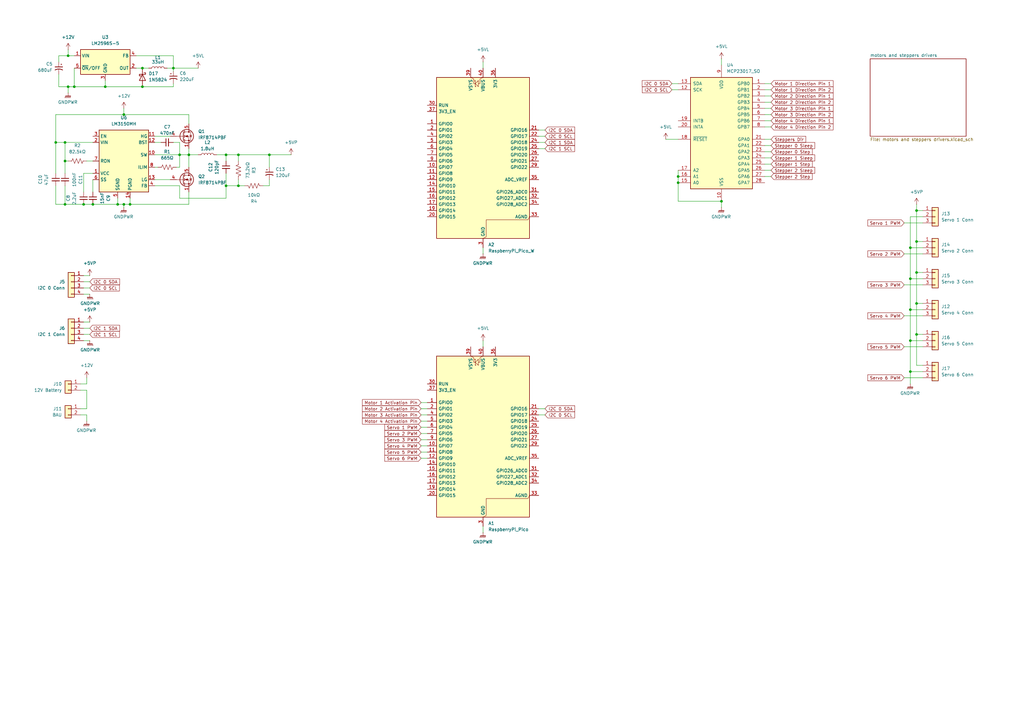
<source format=kicad_sch>
(kicad_sch (version 20250114) (generator "eeschema") (generator_version "9.0")
  (paper "A3")
  (lib_symbols
    (symbol "Connector_Generic:Conn_01x02" (pin_names (offset 1.016) (hide yes))
      (property "Reference" "J" (at 0 2.54 0))
      (property "Value" "Conn_01x02" (at 0 -5.08 0))
      (symbol "Conn_01x02_1_1"
        (rectangle (start -1.27 1.27) (end 1.27 -3.81) (stroke (width 0.254)) (fill (type background)))
        (rectangle (start -1.27 0.127) (end 0 -0.127) (stroke (width 0.1524)))
        (rectangle (start -1.27 -2.413) (end 0 -2.667) (stroke (width 0.1524)))
        (pin passive line (at -5.08 0 0) (length 3.81) (name "Pin_1") (number "1"))
        (pin passive line (at -5.08 -2.54 0) (length 3.81) (name "Pin_2") (number "2"))
      )
    )
    (symbol "Connector_Generic:Conn_01x03" (pin_names (offset 1.016) (hide yes))
      (property "Reference" "J" (at 0 5.08 0))
      (property "Value" "Conn_01x03" (at 0 -5.08 0))
      (symbol "Conn_01x03_1_1"
        (rectangle (start -1.27 3.81) (end 1.27 -3.81) (stroke (width 0.254)) (fill (type background)))
        (rectangle (start -1.27 2.667) (end 0 2.413) (stroke (width 0.1524)))
        (rectangle (start -1.27 0.127) (end 0 -0.127) (stroke (width 0.1524)))
        (rectangle (start -1.27 -2.413) (end 0 -2.667) (stroke (width 0.1524)))
        (pin passive line (at -5.08 2.54 0) (length 3.81) (name "Pin_1") (number "1"))
        (pin passive line (at -5.08 0 0) (length 3.81) (name "Pin_2") (number "2"))
        (pin passive line (at -5.08 -2.54 0) (length 3.81) (name "Pin_3") (number "3"))
      )
    )
    (symbol "Connector_Generic:Conn_01x04" (pin_names (offset 1.016) (hide yes))
      (property "Reference" "J" (at 0 5.08 0))
      (property "Value" "Conn_01x04" (at 0 -7.62 0))
      (symbol "Conn_01x04_1_1"
        (rectangle (start -1.27 3.81) (end 1.27 -6.35) (stroke (width 0.254)) (fill (type background)))
        (rectangle (start -1.27 2.667) (end 0 2.413) (stroke (width 0.1524)))
        (rectangle (start -1.27 0.127) (end 0 -0.127) (stroke (width 0.1524)))
        (rectangle (start -1.27 -2.413) (end 0 -2.667) (stroke (width 0.1524)))
        (rectangle (start -1.27 -4.953) (end 0 -5.207) (stroke (width 0.1524)))
        (pin passive line (at -5.08 2.54 0) (length 3.81) (name "Pin_1") (number "1"))
        (pin passive line (at -5.08 0 0) (length 3.81) (name "Pin_2") (number "2"))
        (pin passive line (at -5.08 -2.54 0) (length 3.81) (name "Pin_3") (number "3"))
        (pin passive line (at -5.08 -5.08 0) (length 3.81) (name "Pin_4") (number "4"))
      )
    )
    (symbol "Device:C_Polarized_Small_US" (pin_numbers (hide yes)) (pin_names (offset 0.254) (hide yes))
      (property "Reference" "C" (at 0.254 1.778 0))
      (property "Value" "C_Polarized_Small_US" (at 0.254 -2.032 0))
      (symbol "C_Polarized_Small_US_0_1"
        (polyline (pts (xy -1.524 0.508) (xy 1.524 0.508)) (stroke (width 0.3048)))
        (polyline (pts (xy -1.27 1.524) (xy -0.762 1.524)))
        (polyline (pts (xy -1.016 1.27) (xy -1.016 1.778)))
        (arc (start -1.524 -0.762) (mid 0 -0.3734) (end 1.524 -0.762) (stroke (width 0.3048)))
      )
      (symbol "C_Polarized_Small_US_1_1"
        (pin passive line (at 0 2.54 270) (length 2.032) (name "~") (number "1"))
        (pin passive line (at 0 -2.54 90) (length 2.032) (name "~") (number "2"))
      )
    )
    (symbol "Device:C_Small" (pin_numbers (hide yes)) (pin_names (offset 0.254) (hide yes))
      (property "Reference" "C" (at 0.254 1.778 0))
      (property "Value" "C_Small" (at 0.254 -2.032 0))
      (symbol "C_Small_0_1"
        (polyline (pts (xy -1.524 0.508) (xy 1.524 0.508)) (stroke (width 0.3048)))
        (polyline (pts (xy -1.524 -0.508) (xy 1.524 -0.508)) (stroke (width 0.3302)))
      )
      (symbol "C_Small_1_1"
        (pin passive line (at 0 2.54 270) (length 2.032) (name "~") (number "1"))
        (pin passive line (at 0 -2.54 90) (length 2.032) (name "~") (number "2"))
      )
    )
    (symbol "Device:L" (pin_numbers (hide yes)) (pin_names (offset 1.016) (hide yes))
      (property "Reference" "L" (at -1.27 0 90))
      (property "Value" "L" (at 1.905 0 90))
      (symbol "L_0_1"
        (arc (start 0 2.54) (mid 0.6323 1.905) (end 0 1.27))
        (arc (start 0 1.27) (mid 0.6323 0.635) (end 0 0))
        (arc (start 0 0) (mid 0.6323 -0.635) (end 0 -1.27))
        (arc (start 0 -1.27) (mid 0.6323 -1.905) (end 0 -2.54))
      )
      (symbol "L_1_1"
        (pin passive line (at 0 3.81 270) (length 1.27) (name "1") (number "1"))
        (pin passive line (at 0 -3.81 90) (length 1.27) (name "2") (number "2"))
      )
    )
    (symbol "Device:R_US" (pin_numbers (hide yes)) (pin_names (offset 0))
      (property "Reference" "R" (at 2.54 0 90))
      (property "Value" "R_US" (at -2.54 0 90))
      (symbol "R_US_0_1"
        (polyline (pts (xy 0 2.286) (xy 0 2.54)))
        (polyline (pts (xy 0 2.286) (xy 1.016 1.905) (xy 0 1.524) (xy -1.016 1.143) (xy 0 0.762)))
        (polyline (pts (xy 0 0.762) (xy 1.016 0.381) (xy 0 0) (xy -1.016 -0.381) (xy 0 -0.762)))
        (polyline (pts (xy 0 -0.762) (xy 1.016 -1.143) (xy 0 -1.524) (xy -1.016 -1.905) (xy 0 -2.286)))
        (polyline (pts (xy 0 -2.286) (xy 0 -2.54)))
      )
      (symbol "R_US_1_1"
        (pin passive line (at 0 3.81 270) (length 1.27) (name "~") (number "1"))
        (pin passive line (at 0 -3.81 90) (length 1.27) (name "~") (number "2"))
      )
    )
    (symbol "Diode:1N5822" (pin_numbers (hide yes)) (pin_names (offset 1.016) (hide yes))
      (property "Reference" "D" (at 0 2.54 0))
      (property "Value" "1N5822" (at 0 -2.54 0))
      (symbol "1N5822_0_1"
        (polyline (pts (xy -1.905 0.635) (xy -1.905 1.27) (xy -1.27 1.27) (xy -1.27 -1.27) (xy -0.635 -1.27) (xy -0.635 -0.635)) (stroke (width 0.254)))
        (polyline (pts (xy 1.27 1.27) (xy 1.27 -1.27) (xy -1.27 0) (xy 1.27 1.27)) (stroke (width 0.254)))
        (polyline (pts (xy 1.27 0) (xy -1.27 0)))
      )
      (symbol "1N5822_1_1"
        (pin passive line (at -3.81 0 0) (length 2.54) (name "K") (number "1"))
        (pin passive line (at 3.81 0 180) (length 2.54) (name "A") (number "2"))
      )
    )
    (symbol "Interface_Expansion:MCP23017_SO" (pin_names (offset 1.016))
      (property "Reference" "U" (at -11.43 24.13 0))
      (property "Value" "MCP23017_SO" (at 0 0 0))
      (symbol "MCP23017_SO_0_1"
        (rectangle (start -12.7 22.86) (end 12.7 -22.86) (stroke (width 0.254)) (fill (type background)))
      )
      (symbol "MCP23017_SO_1_1"
        (pin bidirectional line (at -17.78 20.32 0) (length 5.08) (name "SDA") (number "13"))
        (pin input line (at -17.78 17.78 0) (length 5.08) (name "SCK") (number "12"))
        (pin tri_state line (at -17.78 5.08 0) (length 5.08) (name "INTB") (number "19"))
        (pin tri_state line (at -17.78 2.54 0) (length 5.08) (name "INTA") (number "20"))
        (pin input line (at -17.78 -2.54 0) (length 5.08) (name "~{RESET}") (number "18"))
        (pin input line (at -17.78 -15.24 0) (length 5.08) (name "A2") (number "17"))
        (pin input line (at -17.78 -17.78 0) (length 5.08) (name "A1") (number "16"))
        (pin input line (at -17.78 -20.32 0) (length 5.08) (name "A0") (number "15"))
        (pin no_connect line (at -12.7 15.24 0) (length 5.08) (hide yes) (name "NC") (number "11"))
        (pin no_connect line (at -12.7 12.7 0) (length 5.08) (hide yes) (name "NC") (number "14"))
        (pin power_in line (at 0 27.94 270) (length 5.08) (name "VDD") (number "9"))
        (pin power_in line (at 0 -27.94 90) (length 5.08) (name "VSS") (number "10"))
        (pin bidirectional line (at 17.78 20.32 180) (length 5.08) (name "GPB0") (number "1"))
        (pin bidirectional line (at 17.78 17.78 180) (length 5.08) (name "GPB1") (number "2"))
        (pin bidirectional line (at 17.78 15.24 180) (length 5.08) (name "GPB2") (number "3"))
        (pin bidirectional line (at 17.78 12.7 180) (length 5.08) (name "GPB3") (number "4"))
        (pin bidirectional line (at 17.78 10.16 180) (length 5.08) (name "GPB4") (number "5"))
        (pin bidirectional line (at 17.78 7.62 180) (length 5.08) (name "GPB5") (number "6"))
        (pin bidirectional line (at 17.78 5.08 180) (length 5.08) (name "GPB6") (number "7"))
        (pin output line (at 17.78 2.54 180) (length 5.08) (name "GPB7") (number "8"))
        (pin bidirectional line (at 17.78 -2.54 180) (length 5.08) (name "GPA0") (number "21"))
        (pin bidirectional line (at 17.78 -5.08 180) (length 5.08) (name "GPA1") (number "22"))
        (pin bidirectional line (at 17.78 -7.62 180) (length 5.08) (name "GPA2") (number "23"))
        (pin bidirectional line (at 17.78 -10.16 180) (length 5.08) (name "GPA3") (number "24"))
        (pin bidirectional line (at 17.78 -12.7 180) (length 5.08) (name "GPA4") (number "25"))
        (pin bidirectional line (at 17.78 -15.24 180) (length 5.08) (name "GPA5") (number "26"))
        (pin bidirectional line (at 17.78 -17.78 180) (length 5.08) (name "GPA6") (number "27"))
        (pin output line (at 17.78 -20.32 180) (length 5.08) (name "GPA7") (number "28"))
      )
    )
    (symbol "MCU_Module:RaspberryPi_Pico" (pin_names (offset 0.762))
      (property "Reference" "A" (at -19.05 35.56 0))
      (property "Value" "RaspberryPi_Pico" (at 7.62 35.56 0))
      (symbol "RaspberryPi_Pico_0_1"
        (rectangle (start -19.05 34.29) (end 19.05 -31.75) (stroke (width 0.254)) (fill (type background)))
        (polyline (pts (xy -5.08 34.29) (xy -3.81 33.655) (xy -3.81 31.75) (xy -3.175 31.75)))
        (polyline (pts (xy -3.429 32.766) (xy -3.429 33.02) (xy -3.175 33.02) (xy -3.175 30.48) (xy -2.921 30.48) (xy -2.921 30.734)))
        (polyline (pts (xy -3.175 31.75) (xy -1.905 33.02) (xy -1.905 30.48) (xy -3.175 31.75)))
        (polyline (pts (xy 0 34.29) (xy -1.27 33.655) (xy -1.27 31.75) (xy -1.905 31.75)))
        (polyline (pts (xy 0 -31.75) (xy 1.27 -31.115) (xy 1.27 -24.13) (xy 18.415 -24.13) (xy 19.05 -22.86)))
      )
      (symbol "RaspberryPi_Pico_1_1"
        (pin passive line (at -22.86 22.86 0) (length 3.81) (name "RUN") (number "30"))
        (pin passive line (at -22.86 20.32 0) (length 3.81) (name "3V3_EN") (number "37"))
        (pin bidirectional line (at -22.86 15.24 0) (length 3.81) (name "GPIO0") (number "1"))
        (pin bidirectional line (at -22.86 12.7 0) (length 3.81) (name "GPIO1") (number "2"))
        (pin bidirectional line (at -22.86 10.16 0) (length 3.81) (name "GPIO2") (number "4"))
        (pin bidirectional line (at -22.86 7.62 0) (length 3.81) (name "GPIO3") (number "5"))
        (pin bidirectional line (at -22.86 5.08 0) (length 3.81) (name "GPIO4") (number "6"))
        (pin bidirectional line (at -22.86 2.54 0) (length 3.81) (name "GPIO5") (number "7"))
        (pin bidirectional line (at -22.86 0 0) (length 3.81) (name "GPIO6") (number "9"))
        (pin bidirectional line (at -22.86 -2.54 0) (length 3.81) (name "GPIO7") (number "10"))
        (pin bidirectional line (at -22.86 -5.08 0) (length 3.81) (name "GPIO8") (number "11"))
        (pin bidirectional line (at -22.86 -7.62 0) (length 3.81) (name "GPIO9") (number "12"))
        (pin bidirectional line (at -22.86 -10.16 0) (length 3.81) (name "GPIO10") (number "14"))
        (pin bidirectional line (at -22.86 -12.7 0) (length 3.81) (name "GPIO11") (number "15"))
        (pin bidirectional line (at -22.86 -15.24 0) (length 3.81) (name "GPIO12") (number "16"))
        (pin bidirectional line (at -22.86 -17.78 0) (length 3.81) (name "GPIO13") (number "17"))
        (pin bidirectional line (at -22.86 -20.32 0) (length 3.81) (name "GPIO14") (number "19"))
        (pin bidirectional line (at -22.86 -22.86 0) (length 3.81) (name "GPIO15") (number "20"))
        (pin power_in line (at -5.08 38.1 270) (length 3.81) (name "VSYS") (number "39"))
        (pin power_out line (at 0 38.1 270) (length 3.81) (name "VBUS") (number "40"))
        (pin passive line (at 0 -35.56 90) (length 3.81) (hide yes) (name "GND") (number "13"))
        (pin passive line (at 0 -35.56 90) (length 3.81) (hide yes) (name "GND") (number "18"))
        (pin passive line (at 0 -35.56 90) (length 3.81) (hide yes) (name "GND") (number "23"))
        (pin passive line (at 0 -35.56 90) (length 3.81) (hide yes) (name "GND") (number "28"))
        (pin power_out line (at 0 -35.56 90) (length 3.81) (name "GND") (number "3"))
        (pin passive line (at 0 -35.56 90) (length 3.81) (hide yes) (name "GND") (number "38"))
        (pin passive line (at 0 -35.56 90) (length 3.81) (hide yes) (name "GND") (number "8"))
        (pin power_out line (at 5.08 38.1 270) (length 3.81) (name "3V3") (number "36"))
        (pin bidirectional line (at 22.86 12.7 180) (length 3.81) (name "GPIO16") (number "21"))
        (pin bidirectional line (at 22.86 10.16 180) (length 3.81) (name "GPIO17") (number "22"))
        (pin bidirectional line (at 22.86 7.62 180) (length 3.81) (name "GPIO18") (number "24"))
        (pin bidirectional line (at 22.86 5.08 180) (length 3.81) (name "GPIO19") (number "25"))
        (pin bidirectional line (at 22.86 2.54 180) (length 3.81) (name "GPIO20") (number "26"))
        (pin bidirectional line (at 22.86 0 180) (length 3.81) (name "GPIO21") (number "27"))
        (pin bidirectional line (at 22.86 -2.54 180) (length 3.81) (name "GPIO22") (number "29"))
        (pin power_in line (at 22.86 -7.62 180) (length 3.81) (name "ADC_VREF") (number "35"))
        (pin bidirectional line (at 22.86 -12.7 180) (length 3.81) (name "GPIO26_ADC0") (number "31"))
        (pin bidirectional line (at 22.86 -15.24 180) (length 3.81) (name "GPIO27_ADC1") (number "32"))
        (pin bidirectional line (at 22.86 -17.78 180) (length 3.81) (name "GPIO28_ADC2") (number "34"))
        (pin power_out line (at 22.86 -22.86 180) (length 3.81) (name "AGND") (number "33"))
      )
    )
    (symbol "MCU_Module:RaspberryPi_Pico_W" (pin_names (offset 0.762))
      (property "Reference" "A" (at -19.05 35.56 0))
      (property "Value" "RaspberryPi_Pico_W" (at 7.62 35.56 0))
      (symbol "RaspberryPi_Pico_W_0_1"
        (rectangle (start -19.05 34.29) (end 19.05 -31.75) (stroke (width 0.254)) (fill (type background)))
        (polyline (pts (xy -5.08 34.29) (xy -3.81 33.655) (xy -3.81 31.75) (xy -3.175 31.75)))
        (polyline (pts (xy -3.429 32.766) (xy -3.429 33.02) (xy -3.175 33.02) (xy -3.175 30.48) (xy -2.921 30.48) (xy -2.921 30.734)))
        (polyline (pts (xy -3.175 31.75) (xy -1.905 33.02) (xy -1.905 30.48) (xy -3.175 31.75)))
        (polyline (pts (xy 0 34.29) (xy -1.27 33.655) (xy -1.27 31.75) (xy -1.905 31.75)))
        (polyline (pts (xy 0 -31.75) (xy 1.27 -31.115) (xy 1.27 -24.13) (xy 18.415 -24.13) (xy 19.05 -22.86)))
      )
      (symbol "RaspberryPi_Pico_W_1_1"
        (pin passive line (at -22.86 22.86 0) (length 3.81) (name "RUN") (number "30"))
        (pin passive line (at -22.86 20.32 0) (length 3.81) (name "3V3_EN") (number "37"))
        (pin bidirectional line (at -22.86 15.24 0) (length 3.81) (name "GPIO0") (number "1"))
        (pin bidirectional line (at -22.86 12.7 0) (length 3.81) (name "GPIO1") (number "2"))
        (pin bidirectional line (at -22.86 10.16 0) (length 3.81) (name "GPIO2") (number "4"))
        (pin bidirectional line (at -22.86 7.62 0) (length 3.81) (name "GPIO3") (number "5"))
        (pin bidirectional line (at -22.86 5.08 0) (length 3.81) (name "GPIO4") (number "6"))
        (pin bidirectional line (at -22.86 2.54 0) (length 3.81) (name "GPIO5") (number "7"))
        (pin bidirectional line (at -22.86 0 0) (length 3.81) (name "GPIO6") (number "9"))
        (pin bidirectional line (at -22.86 -2.54 0) (length 3.81) (name "GPIO7") (number "10"))
        (pin bidirectional line (at -22.86 -5.08 0) (length 3.81) (name "GPIO8") (number "11"))
        (pin bidirectional line (at -22.86 -7.62 0) (length 3.81) (name "GPIO9") (number "12"))
        (pin bidirectional line (at -22.86 -10.16 0) (length 3.81) (name "GPIO10") (number "14"))
        (pin bidirectional line (at -22.86 -12.7 0) (length 3.81) (name "GPIO11") (number "15"))
        (pin bidirectional line (at -22.86 -15.24 0) (length 3.81) (name "GPIO12") (number "16"))
        (pin bidirectional line (at -22.86 -17.78 0) (length 3.81) (name "GPIO13") (number "17"))
        (pin bidirectional line (at -22.86 -20.32 0) (length 3.81) (name "GPIO14") (number "19"))
        (pin bidirectional line (at -22.86 -22.86 0) (length 3.81) (name "GPIO15") (number "20"))
        (pin power_in line (at -5.08 38.1 270) (length 3.81) (name "VSYS") (number "39"))
        (pin power_out line (at 0 38.1 270) (length 3.81) (name "VBUS") (number "40"))
        (pin passive line (at 0 -35.56 90) (length 3.81) (hide yes) (name "GND") (number "13"))
        (pin passive line (at 0 -35.56 90) (length 3.81) (hide yes) (name "GND") (number "18"))
        (pin passive line (at 0 -35.56 90) (length 3.81) (hide yes) (name "GND") (number "23"))
        (pin passive line (at 0 -35.56 90) (length 3.81) (hide yes) (name "GND") (number "28"))
        (pin power_out line (at 0 -35.56 90) (length 3.81) (name "GND") (number "3"))
        (pin passive line (at 0 -35.56 90) (length 3.81) (hide yes) (name "GND") (number "38"))
        (pin passive line (at 0 -35.56 90) (length 3.81) (hide yes) (name "GND") (number "8"))
        (pin power_out line (at 5.08 38.1 270) (length 3.81) (name "3V3") (number "36"))
        (pin bidirectional line (at 22.86 12.7 180) (length 3.81) (name "GPIO16") (number "21"))
        (pin bidirectional line (at 22.86 10.16 180) (length 3.81) (name "GPIO17") (number "22"))
        (pin bidirectional line (at 22.86 7.62 180) (length 3.81) (name "GPIO18") (number "24"))
        (pin bidirectional line (at 22.86 5.08 180) (length 3.81) (name "GPIO19") (number "25"))
        (pin bidirectional line (at 22.86 2.54 180) (length 3.81) (name "GPIO20") (number "26"))
        (pin bidirectional line (at 22.86 0 180) (length 3.81) (name "GPIO21") (number "27"))
        (pin bidirectional line (at 22.86 -2.54 180) (length 3.81) (name "GPIO22") (number "29"))
        (pin power_in line (at 22.86 -7.62 180) (length 3.81) (name "ADC_VREF") (number "35"))
        (pin bidirectional line (at 22.86 -12.7 180) (length 3.81) (name "GPIO26_ADC0") (number "31"))
        (pin bidirectional line (at 22.86 -15.24 180) (length 3.81) (name "GPIO27_ADC1") (number "32"))
        (pin bidirectional line (at 22.86 -17.78 180) (length 3.81) (name "GPIO28_ADC2") (number "34"))
        (pin power_out line (at 22.86 -22.86 180) (length 3.81) (name "AGND") (number "33"))
      )
    )
    (symbol "Regulator_Switching:LM2596S-5"
      (property "Reference" "U" (at -10.16 6.35 0))
      (property "Value" "LM2596S-5" (at 0 6.35 0))
      (symbol "LM2596S-5_0_1"
        (rectangle (start -10.16 5.08) (end 10.16 -5.08) (stroke (width 0.254)) (fill (type background)))
      )
      (symbol "LM2596S-5_1_1"
        (pin power_in line (at -12.7 2.54 0) (length 2.54) (name "VIN") (number "1"))
        (pin input line (at -12.7 -2.54 0) (length 2.54) (name "~{ON}/OFF") (number "5"))
        (pin power_in line (at 0 -7.62 90) (length 2.54) (name "GND") (number "3"))
        (pin input line (at 12.7 2.54 180) (length 2.54) (name "FB") (number "4"))
        (pin output line (at 12.7 -2.54 180) (length 2.54) (name "OUT") (number "2"))
      )
    )
    (symbol "Regulator_Switching:LM3150MH"
      (property "Reference" "U" (at -10.16 13.97 0))
      (property "Value" "LM3150MH" (at 2.54 13.97 0))
      (symbol "LM3150MH_0_1"
        (rectangle (start -10.16 12.7) (end 10.16 -12.7) (stroke (width 0.254)) (fill (type background)))
      )
      (symbol "LM3150MH_1_1"
        (pin input line (at -12.7 10.16 0) (length 2.54) (name "EN") (number "3"))
        (pin power_in line (at -12.7 7.62 0) (length 2.54) (name "VIN") (number "2"))
        (pin input line (at -12.7 0 0) (length 2.54) (name "RON") (number "7"))
        (pin power_out line (at -12.7 -5.08 0) (length 2.54) (name "VCC") (number "1"))
        (pin passive line (at -12.7 -7.62 0) (length 2.54) (name "SS") (number "6"))
        (pin passive line (at -2.54 -15.24 90) (length 2.54) (hide yes) (name "SGND") (number "15"))
        (pin power_in line (at -2.54 -15.24 90) (length 2.54) (name "SGND") (number "5"))
        (pin passive line (at -2.54 -15.24 90) (length 2.54) (hide yes) (name "SGND") (number "9"))
        (pin power_in line (at 2.54 -15.24 90) (length 2.54) (name "PGND") (number "14"))
        (pin output line (at 12.7 10.16 180) (length 2.54) (name "HG") (number "11"))
        (pin passive line (at 12.7 7.62 180) (length 2.54) (name "BST") (number "12"))
        (pin output line (at 12.7 2.54 180) (length 2.54) (name "SW") (number "10"))
        (pin input line (at 12.7 -2.54 180) (length 2.54) (name "ILIM") (number "8"))
        (pin output line (at 12.7 -7.62 180) (length 2.54) (name "LG") (number "13"))
        (pin input line (at 12.7 -10.16 180) (length 2.54) (name "FB") (number "4"))
      )
    )
    (symbol "Transistor_FET:IRF8721PBF-1" (pin_names (hide yes))
      (property "Reference" "Q" (at 5.08 2.54 0))
      (property "Value" "IRF8721PBF-1" (at 5.08 0 0))
      (symbol "IRF8721PBF-1_0_1"
        (polyline (pts (xy 0.254 1.905) (xy 0.254 -1.905)) (stroke (width 0.254)))
        (polyline (pts (xy 0.254 0) (xy -2.54 0)))
        (polyline (pts (xy 0.762 2.286) (xy 0.762 1.27)) (stroke (width 0.254)))
        (polyline (pts (xy 0.762 0.508) (xy 0.762 -0.508)) (stroke (width 0.254)))
        (polyline (pts (xy 0.762 -1.27) (xy 0.762 -2.286)) (stroke (width 0.254)))
        (polyline (pts (xy 0.762 -1.778) (xy 3.302 -1.778) (xy 3.302 1.778) (xy 0.762 1.778)))
        (polyline (pts (xy 1.016 0) (xy 2.032 0.381) (xy 2.032 -0.381) (xy 1.016 0)) (fill (type outline)))
        (circle (center 1.651 0) (radius 2.794) (stroke (width 0.254)))
        (polyline (pts (xy 2.54 2.54) (xy 2.54 1.778)))
        (circle (center 2.54 1.778) (radius 0.254) (fill (type outline)))
        (circle (center 2.54 -1.778) (radius 0.254) (fill (type outline)))
        (polyline (pts (xy 2.54 -2.54) (xy 2.54 0) (xy 0.762 0)))
        (polyline (pts (xy 2.794 0.508) (xy 2.921 0.381) (xy 3.683 0.381) (xy 3.81 0.254)))
        (polyline (pts (xy 3.302 0.381) (xy 2.921 -0.254) (xy 3.683 -0.254) (xy 3.302 0.381)))
      )
      (symbol "IRF8721PBF-1_1_1"
        (pin input line (at -5.08 0 0) (length 2.54) (name "G") (number "4"))
        (pin passive line (at 2.54 5.08 270) (length 2.54) (name "D") (number "5"))
        (pin passive line (at 2.54 5.08 270) (length 2.54) (hide yes) (name "D") (number "6"))
        (pin passive line (at 2.54 5.08 270) (length 2.54) (hide yes) (name "D") (number "7"))
        (pin passive line (at 2.54 5.08 270) (length 2.54) (hide yes) (name "D") (number "8"))
        (pin passive line (at 2.54 -5.08 90) (length 2.54) (name "S") (number "1"))
        (pin passive line (at 2.54 -5.08 90) (length 2.54) (hide yes) (name "S") (number "2"))
        (pin passive line (at 2.54 -5.08 90) (length 2.54) (hide yes) (name "S") (number "3"))
      )
    )
    (symbol "power:+12V" (power) (pin_numbers (hide yes)) (pin_names (offset 0) (hide yes))
      (property "Value" "+12V" (at 0 3.556 0))
      (symbol "+12V_0_1"
        (polyline (pts (xy -0.762 1.27) (xy 0 2.54)))
        (polyline (pts (xy 0 2.54) (xy 0.762 1.27)))
        (polyline (pts (xy 0 0) (xy 0 2.54)))
      )
      (symbol "+12V_1_1"
        (pin power_in line (at 0 0 90) (length 0) (name "~") (number "1"))
      )
    )
    (symbol "power:+5VL" (power) (pin_numbers (hide yes)) (pin_names (offset 0) (hide yes))
      (property "Value" "+5VL" (at 0 3.556 0))
      (symbol "+5VL_0_1"
        (polyline (pts (xy -0.762 1.27) (xy 0 2.54)))
        (polyline (pts (xy 0 2.54) (xy 0.762 1.27)))
        (polyline (pts (xy 0 0) (xy 0 2.54)))
      )
      (symbol "+5VL_1_1"
        (pin power_in line (at 0 0 90) (length 0) (name "~") (number "1"))
      )
    )
    (symbol "power:+5VP" (power) (pin_numbers (hide yes)) (pin_names (offset 0) (hide yes))
      (property "Value" "+5VP" (at 0 3.556 0))
      (symbol "+5VP_0_1"
        (polyline (pts (xy -0.762 1.27) (xy 0 2.54)))
        (polyline (pts (xy 0 2.54) (xy 0.762 1.27)))
        (polyline (pts (xy 0 0) (xy 0 2.54)))
      )
      (symbol "+5VP_1_1"
        (pin power_in line (at 0 0 90) (length 0) (name "~") (number "1"))
      )
    )
    (symbol "power:GNDPWR" (power) (pin_numbers (hide yes)) (pin_names (offset 0) (hide yes))
      (property "Value" "GNDPWR" (at 0 -3.302 0))
      (symbol "GNDPWR_0_1"
        (polyline (pts (xy -1.016 -1.27) (xy -1.27 -2.032) (xy -1.27 -2.032)) (stroke (width 0.2032)))
        (polyline (pts (xy -0.508 -1.27) (xy -0.762 -2.032) (xy -0.762 -2.032)) (stroke (width 0.2032)))
        (polyline (pts (xy 0 -1.27) (xy 0 0)))
        (polyline (pts (xy 0 -1.27) (xy -0.254 -2.032) (xy -0.254 -2.032)) (stroke (width 0.2032)))
        (polyline (pts (xy 0.508 -1.27) (xy 0.254 -2.032) (xy 0.254 -2.032)) (stroke (width 0.2032)))
        (polyline (pts (xy 1.016 -1.27) (xy -1.016 -1.27) (xy -1.016 -1.27)) (stroke (width 0.2032)))
        (polyline (pts (xy 1.016 -1.27) (xy 0.762 -2.032) (xy 0.762 -2.032) (xy 0.762 -2.032)) (stroke (width 0.2032)))
      )
      (symbol "GNDPWR_1_1"
        (pin power_in line (at 0 0 270) (length 0) (name "~") (number "1"))
      )
    )
  )
  (junction (at 27.94 22.86))
  (junction (at 26.67 66.04))
  (junction (at 295.91 82.55))
  (junction (at 30.48 35.56))
  (junction (at 50.8 83.82))
  (junction (at 38.1 83.82))
  (junction (at 48.26 83.82))
  (junction (at 278.13 74.93))
  (junction (at 26.67 58.42))
  (junction (at 71.12 27.94))
  (junction (at 34.29 83.82))
  (junction (at 375.92 86.36))
  (junction (at 375.92 137.16))
  (junction (at 110.49 63.5))
  (junction (at 53.34 83.82))
  (junction (at 73.66 63.5))
  (junction (at 58.42 27.94))
  (junction (at 278.13 72.39))
  (junction (at 77.47 63.5))
  (junction (at 43.18 35.56))
  (junction (at 373.38 101.6))
  (junction (at 97.79 76.2))
  (junction (at 50.8 46.99))
  (junction (at 375.92 124.46))
  (junction (at 92.71 63.5))
  (junction (at 375.92 111.76))
  (junction (at 373.38 127))
  (junction (at 22.86 58.42))
  (junction (at 373.38 139.7))
  (junction (at 26.67 83.82))
  (junction (at 375.92 99.06))
  (junction (at 97.79 63.5))
  (junction (at 92.71 76.2))
  (junction (at 373.38 114.3))
  (junction (at 58.42 35.56))
  (junction (at 27.94 35.56))
  (junction (at 373.38 152.4))
  (wire (pts (xy 278.13 69.85) (xy 278.13 72.39)))
  (wire (pts (xy 373.38 101.6) (xy 373.38 114.3)))
  (wire (pts (xy 77.47 60.96) (xy 77.47 63.5)))
  (wire (pts (xy 275.59 34.29) (xy 278.13 34.29)))
  (wire (pts (xy 375.92 99.06) (xy 378.46 99.06)))
  (wire (pts (xy 26.67 66.04) (xy 27.94 66.04)))
  (wire (pts (xy 375.92 149.86) (xy 378.46 149.86)))
  (wire (pts (xy 72.39 68.58) (xy 73.66 68.58)))
  (wire (pts (xy 34.29 118.11) (xy 36.83 118.11)))
  (wire (pts (xy 316.23 36.83) (xy 313.69 36.83)))
  (wire (pts (xy 316.23 44.45) (xy 313.69 44.45)))
  (wire (pts (xy 34.29 115.57) (xy 36.83 115.57)))
  (wire (pts (xy 63.5 58.42) (xy 66.04 58.42)))
  (wire (pts (xy 33.02 170.18) (xy 35.56 170.18)))
  (wire (pts (xy 22.86 76.2) (xy 22.86 83.82)))
  (wire (pts (xy 24.13 22.86) (xy 24.13 25.4)))
  (wire (pts (xy 373.38 101.6) (xy 378.46 101.6)))
  (wire (pts (xy 198.12 215.9) (xy 198.12 218.44)))
  (wire (pts (xy 35.56 154.94) (xy 35.56 157.48)))
  (wire (pts (xy 316.23 62.23) (xy 313.69 62.23)))
  (wire (pts (xy 172.72 167.64) (xy 175.26 167.64)))
  (wire (pts (xy 370.84 154.94) (xy 378.46 154.94)))
  (wire (pts (xy 316.23 59.69) (xy 313.69 59.69)))
  (wire (pts (xy 373.38 139.7) (xy 373.38 152.4)))
  (wire (pts (xy 373.38 88.9) (xy 373.38 101.6)))
  (wire (pts (xy 172.72 177.8) (xy 175.26 177.8)))
  (wire (pts (xy 370.84 129.54) (xy 378.46 129.54)))
  (wire (pts (xy 375.92 111.76) (xy 375.92 124.46)))
  (wire (pts (xy 273.05 57.15) (xy 278.13 57.15)))
  (wire (pts (xy 373.38 139.7) (xy 378.46 139.7)))
  (wire (pts (xy 110.49 68.58) (xy 110.49 63.5)))
  (wire (pts (xy 33.02 157.48) (xy 35.56 157.48)))
  (wire (pts (xy 110.49 76.2) (xy 107.95 76.2)))
  (wire (pts (xy 73.66 63.5) (xy 73.66 68.58)))
  (wire (pts (xy 77.47 63.5) (xy 81.28 63.5)))
  (wire (pts (xy 198.12 139.7) (xy 198.12 142.24)))
  (wire (pts (xy 55.88 27.94) (xy 58.42 27.94)))
  (wire (pts (xy 50.8 46.99) (xy 22.86 46.99)))
  (wire (pts (xy 38.1 83.82) (xy 48.26 83.82)))
  (wire (pts (xy 198.12 101.6) (xy 198.12 104.14)))
  (wire (pts (xy 88.9 63.5) (xy 92.71 63.5)))
  (wire (pts (xy 370.84 116.84) (xy 378.46 116.84)))
  (wire (pts (xy 295.91 24.13) (xy 295.91 26.67)))
  (wire (pts (xy 73.66 63.5) (xy 77.47 63.5)))
  (wire (pts (xy 77.47 63.5) (xy 77.47 68.58)))
  (wire (pts (xy 110.49 73.66) (xy 110.49 76.2)))
  (wire (pts (xy 73.66 76.2) (xy 63.5 76.2)))
  (wire (pts (xy 316.23 69.85) (xy 313.69 69.85)))
  (wire (pts (xy 370.84 91.44) (xy 378.46 91.44)))
  (wire (pts (xy 370.84 104.14) (xy 378.46 104.14)))
  (wire (pts (xy 55.88 22.86) (xy 71.12 22.86)))
  (wire (pts (xy 35.56 160.02) (xy 35.56 167.64)))
  (wire (pts (xy 22.86 71.12) (xy 22.86 58.42)))
  (wire (pts (xy 30.48 22.86) (xy 27.94 22.86)))
  (wire (pts (xy 77.47 83.82) (xy 53.34 83.82)))
  (wire (pts (xy 375.92 124.46) (xy 378.46 124.46)))
  (wire (pts (xy 97.79 76.2) (xy 100.33 76.2)))
  (wire (pts (xy 373.38 127) (xy 373.38 139.7)))
  (wire (pts (xy 375.92 86.36) (xy 375.92 99.06)))
  (wire (pts (xy 220.98 58.42) (xy 223.52 58.42)))
  (wire (pts (xy 38.1 73.66) (xy 38.1 78.74)))
  (wire (pts (xy 71.12 22.86) (xy 71.12 27.94)))
  (wire (pts (xy 77.47 78.74) (xy 77.47 83.82)))
  (wire (pts (xy 27.94 35.56) (xy 30.48 35.56)))
  (wire (pts (xy 71.12 27.94) (xy 81.28 27.94)))
  (wire (pts (xy 36.83 139.7) (xy 34.29 139.7)))
  (wire (pts (xy 22.86 46.99) (xy 22.86 58.42)))
  (wire (pts (xy 43.18 35.56) (xy 30.48 35.56)))
  (wire (pts (xy 77.47 50.8) (xy 77.47 46.99)))
  (wire (pts (xy 58.42 35.56) (xy 71.12 35.56)))
  (wire (pts (xy 295.91 82.55) (xy 295.91 85.09)))
  (wire (pts (xy 375.92 137.16) (xy 378.46 137.16)))
  (wire (pts (xy 22.86 58.42) (xy 26.67 58.42)))
  (wire (pts (xy 375.92 99.06) (xy 375.92 111.76)))
  (wire (pts (xy 198.12 25.4) (xy 198.12 27.94)))
  (wire (pts (xy 34.29 137.16) (xy 36.83 137.16)))
  (wire (pts (xy 373.38 152.4) (xy 378.46 152.4)))
  (wire (pts (xy 278.13 74.93) (xy 278.13 82.55)))
  (wire (pts (xy 92.71 63.5) (xy 92.71 66.04)))
  (wire (pts (xy 110.49 63.5) (xy 119.38 63.5)))
  (wire (pts (xy 71.12 34.29) (xy 71.12 35.56)))
  (wire (pts (xy 373.38 114.3) (xy 373.38 127)))
  (wire (pts (xy 77.47 46.99) (xy 50.8 46.99)))
  (wire (pts (xy 172.72 182.88) (xy 175.26 182.88)))
  (wire (pts (xy 172.72 170.18) (xy 175.26 170.18)))
  (wire (pts (xy 278.13 72.39) (xy 278.13 74.93)))
  (wire (pts (xy 373.38 88.9) (xy 378.46 88.9)))
  (wire (pts (xy 35.56 160.02) (xy 33.02 160.02)))
  (wire (pts (xy 373.38 127) (xy 378.46 127)))
  (wire (pts (xy 172.72 187.96) (xy 175.26 187.96)))
  (wire (pts (xy 223.52 53.34) (xy 220.98 53.34)))
  (wire (pts (xy 27.94 35.56) (xy 27.94 38.1)))
  (wire (pts (xy 92.71 63.5) (xy 97.79 63.5)))
  (wire (pts (xy 30.48 27.94) (xy 30.48 35.56)))
  (wire (pts (xy 58.42 27.94) (xy 60.96 27.94)))
  (wire (pts (xy 375.92 86.36) (xy 378.46 86.36)))
  (wire (pts (xy 92.71 81.28) (xy 92.71 76.2)))
  (wire (pts (xy 73.66 76.2) (xy 73.66 81.28)))
  (wire (pts (xy 34.29 71.12) (xy 38.1 71.12)))
  (wire (pts (xy 373.38 152.4) (xy 373.38 157.48)))
  (wire (pts (xy 35.56 66.04) (xy 38.1 66.04)))
  (wire (pts (xy 316.23 52.07) (xy 313.69 52.07)))
  (wire (pts (xy 26.67 83.82) (xy 34.29 83.82)))
  (wire (pts (xy 316.23 41.91) (xy 313.69 41.91)))
  (wire (pts (xy 92.71 76.2) (xy 97.79 76.2)))
  (wire (pts (xy 48.26 81.28) (xy 48.26 83.82)))
  (wire (pts (xy 36.83 113.03) (xy 34.29 113.03)))
  (wire (pts (xy 50.8 83.82) (xy 53.34 83.82)))
  (wire (pts (xy 316.23 46.99) (xy 313.69 46.99)))
  (wire (pts (xy 375.92 137.16) (xy 375.92 149.86)))
  (wire (pts (xy 71.12 27.94) (xy 71.12 29.21)))
  (wire (pts (xy 278.13 82.55) (xy 295.91 82.55)))
  (wire (pts (xy 316.23 49.53) (xy 313.69 49.53)))
  (wire (pts (xy 43.18 35.56) (xy 43.18 33.02)))
  (wire (pts (xy 24.13 35.56) (xy 27.94 35.56)))
  (wire (pts (xy 35.56 167.64) (xy 33.02 167.64)))
  (wire (pts (xy 275.59 36.83) (xy 278.13 36.83)))
  (wire (pts (xy 223.52 55.88) (xy 220.98 55.88)))
  (wire (pts (xy 34.29 78.74) (xy 34.29 71.12)))
  (wire (pts (xy 375.92 83.82) (xy 375.92 86.36)))
  (wire (pts (xy 172.72 175.26) (xy 175.26 175.26)))
  (wire (pts (xy 24.13 30.48) (xy 24.13 35.56)))
  (wire (pts (xy 36.83 132.08) (xy 34.29 132.08)))
  (wire (pts (xy 24.13 22.86) (xy 27.94 22.86)))
  (wire (pts (xy 97.79 76.2) (xy 97.79 73.66)))
  (wire (pts (xy 92.71 71.12) (xy 92.71 76.2)))
  (wire (pts (xy 316.23 64.77) (xy 313.69 64.77)))
  (wire (pts (xy 375.92 124.46) (xy 375.92 137.16)))
  (wire (pts (xy 220.98 167.64) (xy 223.52 167.64)))
  (wire (pts (xy 34.29 134.62) (xy 36.83 134.62)))
  (wire (pts (xy 73.66 58.42) (xy 73.66 63.5)))
  (wire (pts (xy 316.23 67.31) (xy 313.69 67.31)))
  (wire (pts (xy 220.98 170.18) (xy 223.52 170.18)))
  (wire (pts (xy 375.92 111.76) (xy 378.46 111.76)))
  (wire (pts (xy 172.72 172.72) (xy 175.26 172.72)))
  (wire (pts (xy 26.67 58.42) (xy 38.1 58.42)))
  (wire (pts (xy 50.8 44.45) (xy 50.8 46.99)))
  (wire (pts (xy 172.72 165.1) (xy 175.26 165.1)))
  (wire (pts (xy 50.8 83.82) (xy 50.8 85.09)))
  (wire (pts (xy 35.56 170.18) (xy 35.56 172.72)))
  (wire (pts (xy 63.5 63.5) (xy 73.66 63.5)))
  (wire (pts (xy 22.86 83.82) (xy 26.67 83.82)))
  (wire (pts (xy 48.26 83.82) (xy 50.8 83.82)))
  (wire (pts (xy 36.83 120.65) (xy 34.29 120.65)))
  (wire (pts (xy 370.84 142.24) (xy 378.46 142.24)))
  (wire (pts (xy 27.94 22.86) (xy 27.94 20.32)))
  (wire (pts (xy 316.23 34.29) (xy 313.69 34.29)))
  (wire (pts (xy 53.34 81.28) (xy 53.34 83.82)))
  (wire (pts (xy 71.12 58.42) (xy 73.66 58.42)))
  (wire (pts (xy 172.72 180.34) (xy 175.26 180.34)))
  (wire (pts (xy 43.18 35.56) (xy 58.42 35.56)))
  (wire (pts (xy 73.66 81.28) (xy 92.71 81.28)))
  (wire (pts (xy 63.5 68.58) (xy 64.77 68.58)))
  (wire (pts (xy 26.67 66.04) (xy 26.67 71.12)))
  (wire (pts (xy 373.38 114.3) (xy 378.46 114.3)))
  (wire (pts (xy 34.29 83.82) (xy 38.1 83.82)))
  (wire (pts (xy 316.23 39.37) (xy 313.69 39.37)))
  (wire (pts (xy 97.79 66.04) (xy 97.79 63.5)))
  (wire (pts (xy 71.12 27.94) (xy 68.58 27.94)))
  (wire (pts (xy 26.67 58.42) (xy 26.67 66.04)))
  (wire (pts (xy 63.5 55.88) (xy 69.85 55.88)))
  (wire (pts (xy 316.23 72.39) (xy 313.69 72.39)))
  (wire (pts (xy 316.23 57.15) (xy 313.69 57.15)))
  (wire (pts (xy 26.67 76.2) (xy 26.67 83.82)))
  (wire (pts (xy 63.5 73.66) (xy 69.85 73.66)))
  (wire (pts (xy 172.72 185.42) (xy 175.26 185.42)))
  (wire (pts (xy 220.98 60.96) (xy 223.52 60.96)))
  (wire (pts (xy 97.79 63.5) (xy 110.49 63.5)))
  (global_label "Motor 4 Activation Pin" (shape input) (at 172.72 172.72 180) (property "Intersheetrefs" "${INTERSHEET_REFS}" (effects (hide yes))))
  (global_label "Motor 3 Activation Pin" (shape input) (at 172.72 170.18 180) (property "Intersheetrefs" "${INTERSHEET_REFS}" (effects (hide yes))))
  (global_label "Motor 2 Direction Pin 2" (shape input) (at 316.23 41.91 0) (property "Intersheetrefs" "${INTERSHEET_REFS}" (effects (hide yes))))
  (global_label "I2C 0 SDA" (shape input) (at 275.59 34.29 180) (property "Intersheetrefs" "${INTERSHEET_REFS}" (effects (hide yes))))
  (global_label "Servo 2 PWM" (shape input) (at 370.84 104.14 180) (property "Intersheetrefs" "${INTERSHEET_REFS}" (effects (hide yes))))
  (global_label "Stepper 1 Sleep" (shape input) (at 316.23 64.77 0) (property "Intersheetrefs" "${INTERSHEET_REFS}" (effects (hide yes))))
  (global_label "I2C 1 SCL" (shape input) (at 36.83 137.16 0) (property "Intersheetrefs" "${INTERSHEET_REFS}" (effects (hide yes))))
  (global_label "Servo 6 PWM" (shape input) (at 172.72 187.96 180) (property "Intersheetrefs" "${INTERSHEET_REFS}" (effects (hide yes))))
  (global_label "Motor 3 Direction Pin 1" (shape input) (at 316.23 44.45 0) (property "Intersheetrefs" "${INTERSHEET_REFS}" (effects (hide yes))))
  (global_label "Servo 3 PWM" (shape input) (at 370.84 116.84 180) (property "Intersheetrefs" "${INTERSHEET_REFS}" (effects (hide yes))))
  (global_label "I2C 0 SDA" (shape input) (at 223.52 53.34 0) (property "Intersheetrefs" "${INTERSHEET_REFS}" (effects (hide yes))))
  (global_label "Motor 1 Direction Pin 1" (shape input) (at 316.23 34.29 0) (property "Intersheetrefs" "${INTERSHEET_REFS}" (effects (hide yes))))
  (global_label "Servo 5 PWM" (shape input) (at 370.84 142.24 180) (property "Intersheetrefs" "${INTERSHEET_REFS}" (effects (hide yes))))
  (global_label "Servo 4 PWM" (shape input) (at 370.84 129.54 180) (property "Intersheetrefs" "${INTERSHEET_REFS}" (effects (hide yes))))
  (global_label "Motor 4 Direction Pin 1" (shape input) (at 316.23 49.53 0) (property "Intersheetrefs" "${INTERSHEET_REFS}" (effects (hide yes))))
  (global_label "Motor 4 Direction Pin 2" (shape input) (at 316.23 52.07 0) (property "Intersheetrefs" "${INTERSHEET_REFS}" (effects (hide yes))))
  (global_label "I2C 0 SCL" (shape input) (at 223.52 170.18 0) (property "Intersheetrefs" "${INTERSHEET_REFS}" (effects (hide yes))))
  (global_label "I2C 1 SDA" (shape input) (at 36.83 134.62 0) (property "Intersheetrefs" "${INTERSHEET_REFS}" (effects (hide yes))))
  (global_label "Motor 1 Activation Pin" (shape input) (at 172.72 165.1 180) (property "Intersheetrefs" "${INTERSHEET_REFS}" (effects (hide yes))))
  (global_label "Stepper 2 Step" (shape input) (at 316.23 72.39 0) (property "Intersheetrefs" "${INTERSHEET_REFS}" (effects (hide yes))))
  (global_label "Servo 6 PWM" (shape input) (at 370.84 154.94 180) (property "Intersheetrefs" "${INTERSHEET_REFS}" (effects (hide yes))))
  (global_label "I2C 0 SCL" (shape input) (at 36.83 118.11 0) (property "Intersheetrefs" "${INTERSHEET_REFS}" (effects (hide yes))))
  (global_label "Stepper 1 Step" (shape input) (at 316.23 67.31 0) (property "Intersheetrefs" "${INTERSHEET_REFS}" (effects (hide yes))))
  (global_label "I2C 1 SDA" (shape input) (at 223.52 58.42 0) (property "Intersheetrefs" "${INTERSHEET_REFS}" (effects (hide yes))))
  (global_label "Motor 3 Direction Pin 2" (shape input) (at 316.23 46.99 0) (property "Intersheetrefs" "${INTERSHEET_REFS}" (effects (hide yes))))
  (global_label "Servo 4 PWM" (shape input) (at 172.72 182.88 180) (property "Intersheetrefs" "${INTERSHEET_REFS}" (effects (hide yes))))
  (global_label "I2C 0 SCL" (shape input) (at 275.59 36.83 180) (property "Intersheetrefs" "${INTERSHEET_REFS}" (effects (hide yes))))
  (global_label "I2C 0 SDA" (shape input) (at 223.52 167.64 0) (property "Intersheetrefs" "${INTERSHEET_REFS}" (effects (hide yes))))
  (global_label "I2C 1 SCL" (shape input) (at 223.52 60.96 0) (property "Intersheetrefs" "${INTERSHEET_REFS}" (effects (hide yes))))
  (global_label "Servo 1 PWM" (shape input) (at 172.72 175.26 180) (property "Intersheetrefs" "${INTERSHEET_REFS}" (effects (hide yes))))
  (global_label "Servo 5 PWM" (shape input) (at 172.72 185.42 180) (property "Intersheetrefs" "${INTERSHEET_REFS}" (effects (hide yes))))
  (global_label "Motor 2 Activation Pin" (shape input) (at 172.72 167.64 180) (property "Intersheetrefs" "${INTERSHEET_REFS}" (effects (hide yes))))
  (global_label "I2C 0 SDA" (shape input) (at 36.83 115.57 0) (property "Intersheetrefs" "${INTERSHEET_REFS}" (effects (hide yes))))
  (global_label "Servo 3 PWM" (shape input) (at 172.72 180.34 180) (property "Intersheetrefs" "${INTERSHEET_REFS}" (effects (hide yes))))
  (global_label "Motor 2 Direction Pin 1" (shape input) (at 316.23 39.37 0) (property "Intersheetrefs" "${INTERSHEET_REFS}" (effects (hide yes))))
  (global_label "Stepper 0 Sleep" (shape input) (at 316.23 59.69 0) (property "Intersheetrefs" "${INTERSHEET_REFS}" (effects (hide yes))))
  (global_label "Stepper 0 Step" (shape input) (at 316.23 62.23 0) (property "Intersheetrefs" "${INTERSHEET_REFS}" (effects (hide yes))))
  (global_label "Motor 1 Direction Pin 2" (shape input) (at 316.23 36.83 0) (property "Intersheetrefs" "${INTERSHEET_REFS}" (effects (hide yes))))
  (global_label "I2C 0 SCL" (shape input) (at 223.52 55.88 0) (property "Intersheetrefs" "${INTERSHEET_REFS}" (effects (hide yes))))
  (global_label "Steppers Dir" (shape input) (at 316.23 57.15 0) (property "Intersheetrefs" "${INTERSHEET_REFS}" (effects (hide yes))))
  (global_label "Servo 1 PWM" (shape input) (at 370.84 91.44 180) (property "Intersheetrefs" "${INTERSHEET_REFS}" (effects (hide yes))))
  (global_label "Servo 2 PWM" (shape input) (at 172.72 177.8 180) (property "Intersheetrefs" "${INTERSHEET_REFS}" (effects (hide yes))))
  (global_label "Stepper 2 Sleep" (shape input) (at 316.23 69.85 0) (property "Intersheetrefs" "${INTERSHEET_REFS}" (effects (hide yes))))
  (symbol (lib_id "power:GNDPWR") (at 27.94 38.1 0) (unit 1)
    (property "Reference" "#PWR014" (effects (hide yes)))
    (property "Value" "GNDPWR" (at 27.813 41.91 0))
    (property "Description" "Power symbol creates a global label with name \"GNDPWR\" , global ground" (effects (hide yes)))
  )
  (symbol (lib_id "Connector_Generic:Conn_01x03") (at 383.54 101.6 0) (unit 1)
    (property "Reference" "J14" (at 386.08 100.3299 0) (effects (justify left)))
    (property "Value" "Servo 2 Conn" (at 386.08 102.8699 0) (effects (justify left)))
    (property "Description" "Generic connector, single row, 01x03, script generated (kicad-library-utils/schlib/autogen/connector/)" (effects (hide yes)))
  )
  (symbol (lib_id "Connector_Generic:Conn_01x02") (at 27.94 157.48 0) (mirror y) (unit 1)
    (property "Reference" "J10" (at 25.4 157.4799 0) (effects (justify left)))
    (property "Value" "12V Battery" (at 25.4 160.0199 0) (effects (justify left)))
    (property "Description" "Generic connector, single row, 01x02, script generated (kicad-library-utils/schlib/autogen/connector/)" (effects (hide yes)))
  )
  (symbol (lib_id "power:+5VL") (at 198.12 25.4 0) (unit 1)
    (property "Reference" "#PWR038" (effects (hide yes)))
    (property "Value" "+5VL" (at 198.12 20.32 0))
    (property "Description" "Power symbol creates a global label with name \"+5VL\"" (effects (hide yes)))
  )
  (symbol (lib_id "Connector_Generic:Conn_01x04") (at 29.21 134.62 0) (mirror y) (unit 1)
    (property "Reference" "J6" (at 26.67 134.6199 0) (effects (justify left)))
    (property "Value" "I2C 1 Conn" (at 26.67 137.1599 0) (effects (justify left)))
    (property "Description" "Generic connector, single row, 01x04, script generated (kicad-library-utils/schlib/autogen/connector/)" (effects (hide yes)))
  )
  (symbol (lib_id "power:GNDPWR") (at 373.38 157.48 0) (unit 1)
    (property "Reference" "#PWR043" (effects (hide yes)))
    (property "Value" "GNDPWR" (at 373.253 161.29 0))
    (property "Description" "Power symbol creates a global label with name \"GNDPWR\" , global ground" (effects (hide yes)))
  )
  (symbol (lib_id "power:+5VP") (at 36.83 113.03 0) (mirror y) (unit 1)
    (property "Reference" "#PWR021" (effects (hide yes)))
    (property "Value" "+5VP" (at 36.83 107.95 0))
    (property "Description" "Power symbol creates a global label with name \"+5VP\"" (effects (hide yes)))
  )
  (symbol (lib_id "Transistor_FET:IRF8721PBF-1") (at 74.93 73.66 0) (unit 1)
    (property "Reference" "Q2" (at 81.28 72.3899 0) (effects (justify left)))
    (property "Value" "IRF8714PBF" (at 81.28 74.9299 0) (effects (justify left)))
    (property "Footprint" "Package_SO:SOIC-8_3.9x4.9mm_P1.27mm" (effects (hide yes)))
    (property "Datasheet" "http://www.irf.com/product-info/datasheets/data/irf8721pbf-1.pdf" (effects (hide yes)))
    (property "Description" "14A Id, 30V Vds, HEXFET N-Channel MOSFET, SO-8" (effects (hide yes)))
  )
  (symbol (lib_id "power:GNDPWR") (at 36.83 139.7 0) (mirror y) (unit 1)
    (property "Reference" "#PWR024" (effects (hide yes)))
    (property "Value" "GNDPWR" (at 36.957 143.51 0))
    (property "Description" "Power symbol creates a global label with name \"GNDPWR\" , global ground" (effects (hide yes)))
  )
  (symbol (lib_id "Connector_Generic:Conn_01x02") (at 27.94 167.64 0) (mirror y) (unit 1)
    (property "Reference" "J11" (at 25.4 167.6399 0) (effects (justify left)))
    (property "Value" "BAU" (at 25.4 170.1799 0) (effects (justify left)))
    (property "Description" "Generic connector, single row, 01x02, script generated (kicad-library-utils/schlib/autogen/connector/)" (effects (hide yes)))
  )
  (symbol (lib_id "Regulator_Switching:LM3150MH") (at 50.8 66.04 0) (unit 1)
    (property "Reference" "U6" (at 50.8 48.26 0))
    (property "Value" "LM3150MH" (at 50.8 50.8 0))
    (property "Footprint" "Package_SO:HTSSOP-14-1EP_4.4x5mm_P0.65mm_EP3.4x5mm_Mask3x3.1mm" (effects (hide yes)))
    (property "Datasheet" "http://www.ti.com/lit/ds/symlink/lm3150.pdf" (effects (hide yes)))
    (property "Description" "42V Wide Vin synchronous Buck controller, HTSSOP-14" (effects (hide yes)))
  )
  (symbol (lib_id "Regulator_Switching:LM2596S-5") (at 43.18 25.4 0) (unit 1)
    (property "Reference" "U3" (at 43.18 15.24 0))
    (property "Value" "LM2596S-5" (at 43.18 17.78 0))
    (property "Footprint" "Package_TO_SOT_SMD:TO-263-5_TabPin3" (effects (hide yes)))
    (property "Datasheet" "http://www.ti.com/lit/ds/symlink/lm2596.pdf" (effects (hide yes)))
    (property "Description" "5V 3A Step-Down Voltage Regulator, TO-263" (effects (hide yes)))
  )
  (symbol (lib_id "Connector_Generic:Conn_01x03") (at 383.54 139.7 0) (unit 1)
    (property "Reference" "J16" (at 386.08 138.4299 0) (effects (justify left)))
    (property "Value" "Servo 5 Conn" (at 386.08 140.9699 0) (effects (justify left)))
    (property "Description" "Generic connector, single row, 01x03, script generated (kicad-library-utils/schlib/autogen/connector/)" (effects (hide yes)))
  )
  (symbol (lib_id "Transistor_FET:IRF8721PBF-1") (at 74.93 55.88 0) (unit 1)
    (property "Reference" "Q1" (at 81.28 54.6099 0) (effects (justify left bottom)))
    (property "Value" "IRF8714PBF" (at 81.28 57.1499 0) (effects (justify left bottom)))
    (property "Footprint" "Package_SO:SOIC-8_3.9x4.9mm_P1.27mm" (effects (hide yes)))
    (property "Datasheet" "http://www.irf.com/product-info/datasheets/data/irf8721pbf-1.pdf" (effects (hide yes)))
    (property "Description" "14A Id, 30V Vds, HEXFET N-Channel MOSFET, SO-8" (effects (hide yes)))
  )
  (symbol (lib_id "Device:C_Polarized_Small_US") (at 24.13 27.94 0) (mirror y) (unit 1)
    (property "Reference" "C5" (at 21.59 26.2381 0) (effects (justify left)))
    (property "Value" "680uF" (at 21.59 28.7781 0) (effects (justify left)))
    (property "Description" "Polarized capacitor, small US symbol" (effects (hide yes)))
  )
  (symbol (lib_id "power:GNDPWR") (at 295.91 85.09 0) (unit 1)
    (property "Reference" "#PWR017" (effects (hide yes)))
    (property "Value" "GNDPWR" (at 295.783 88.9 0))
    (property "Description" "Power symbol creates a global label with name \"GNDPWR\" , global ground" (effects (hide yes)))
  )
  (symbol (lib_id "power:+5VP") (at 81.28 27.94 0) (unit 1)
    (property "Reference" "#PWR011" (effects (hide yes)))
    (property "Value" "+5VL" (at 81.28 22.86 0))
    (property "Description" "Power symbol creates a global label with name \"+5VP\"" (effects (hide yes)))
  )
  (symbol (lib_id "Diode:1N5822") (at 58.42 31.75 270) (unit 1)
    (property "Reference" "D17" (at 60.96 30.1624 90) (effects (justify left)))
    (property "Value" "1N5824" (at 60.96 32.7024 90) (effects (justify left)))
    (property "Footprint" "Diode_THT:D_DO-201AD_P15.24mm_Horizontal" (effects (hide yes)))
    (property "Datasheet" "http://www.vishay.com/docs/88526/1n5820.pdf" (effects (hide yes)))
    (property "Description" "40V 3A Schottky Barrier Rectifier Diode, DO-201AD" (effects (hide yes)))
  )
  (symbol (lib_id "Device:C_Small") (at 38.1 81.28 0) (unit 1)
    (property "Reference" "C9" (at 44.45 81.2863 90))
    (property "Value" "15nF" (at 41.91 81.2863 90))
    (property "Description" "Unpolarized capacitor, small symbol" (effects (hide yes)))
  )
  (symbol (lib_id "Connector_Generic:Conn_01x04") (at 29.21 115.57 0) (mirror y) (unit 1)
    (property "Reference" "J5" (at 26.67 115.5699 0) (effects (justify left)))
    (property "Value" "I2C 0 Conn" (at 26.67 118.1099 0) (effects (justify left)))
    (property "Description" "Generic connector, single row, 01x04, script generated (kicad-library-utils/schlib/autogen/connector/)" (effects (hide yes)))
  )
  (symbol (lib_id "Device:R_US") (at 104.14 76.2 90) (mirror x) (unit 1)
    (property "Reference" "R4" (at 104.14 82.55 90))
    (property "Value" "10kΩ" (at 104.14 80.01 90))
    (property "Description" "Resistor, US symbol" (effects (hide yes)))
  )
  (symbol (lib_id "Device:L") (at 85.09 63.5 90) (unit 1)
    (property "Reference" "L2" (at 85.09 58.42 90))
    (property "Value" "1.8uH" (at 85.09 60.96 90))
    (property "Description" "Inductor" (effects (hide yes)))
  )
  (symbol (lib_id "power:GNDPWR") (at 198.12 218.44 0) (unit 1)
    (property "Reference" "#PWR012" (effects (hide yes)))
    (property "Value" "GNDPWR" (at 197.993 222.25 0))
    (property "Description" "Power symbol creates a global label with name \"GNDPWR\" , global ground" (effects (hide yes)))
  )
  (symbol (lib_id "power:+12V") (at 35.56 154.94 0) (unit 1)
    (property "Reference" "#PWR040" (effects (hide yes)))
    (property "Value" "+12V" (at 35.56 149.86 0))
    (property "Description" "Power symbol creates a global label with name \"+12V\"" (effects (hide yes)))
  )
  (symbol (lib_id "Connector_Generic:Conn_01x03") (at 383.54 88.9 0) (unit 1)
    (property "Reference" "J13" (at 386.08 87.6299 0) (effects (justify left)))
    (property "Value" "Servo 1 Conn" (at 386.08 90.1699 0) (effects (justify left)))
    (property "Description" "Generic connector, single row, 01x03, script generated (kicad-library-utils/schlib/autogen/connector/)" (effects (hide yes)))
  )
  (symbol (lib_id "Interface_Expansion:MCP23017_SO") (at 295.91 54.61 0) (unit 1)
    (property "Reference" "U4" (at 298.0533 26.67 0) (effects (justify left)))
    (property "Value" "MCP23017_SO" (at 298.0533 29.21 0) (effects (justify left)))
    (property "Footprint" "Package_SO:SOIC-28W_7.5x17.9mm_P1.27mm" (effects (hide yes)))
    (property "Datasheet" "https://ww1.microchip.com/downloads/aemDocuments/documents/APID/ProductDocuments/DataSheets/MCP23017-Data-Sheet-DS20001952.pdf" (effects (hide yes)))
    (property "Description" "16-bit I/O expander, I2C, interrupts, w pull-ups, GPA/B7 output only (https://microchip.my.site.com/s/article/GPA7---GPB7-Cannot-Be-Used-as-Inputs-In-MCP23017),  SOIC-28" (effects (hide yes)))
  )
  (symbol (lib_id "Device:R_US") (at 31.75 66.04 90) (unit 1)
    (property "Reference" "R2" (at 31.75 59.69 90))
    (property "Value" "82.5kΩ" (at 31.75 62.23 90))
    (property "Description" "Resistor, US symbol" (effects (hide yes)))
  )
  (symbol (lib_id "Device:C_Small") (at 34.29 81.28 0) (mirror y) (unit 1)
    (property "Reference" "C8" (at 27.94 81.2863 90))
    (property "Value" "2.2uF" (at 30.48 81.2863 90))
    (property "Description" "Unpolarized capacitor, small symbol" (effects (hide yes)))
  )
  (symbol (lib_id "Connector_Generic:Conn_01x03") (at 383.54 114.3 0) (unit 1)
    (property "Reference" "J15" (at 386.08 113.0299 0) (effects (justify left)))
    (property "Value" "Servo 3 Conn" (at 386.08 115.5699 0) (effects (justify left)))
    (property "Description" "Generic connector, single row, 01x03, script generated (kicad-library-utils/schlib/autogen/connector/)" (effects (hide yes)))
  )
  (symbol (lib_id "power:+12V") (at 27.94 20.32 0) (unit 1)
    (property "Reference" "#PWR013" (effects (hide yes)))
    (property "Value" "+12V" (at 27.94 15.24 0))
    (property "Description" "Power symbol creates a global label with name \"+12V\"" (effects (hide yes)))
  )
  (symbol (lib_id "power:+5VP") (at 36.83 132.08 0) (mirror y) (unit 1)
    (property "Reference" "#PWR023" (effects (hide yes)))
    (property "Value" "+5VP" (at 36.83 127 0))
    (property "Description" "Power symbol creates a global label with name \"+5VP\"" (effects (hide yes)))
  )
  (symbol (lib_id "Device:C_Polarized_Small_US") (at 110.49 71.12 0) (unit 1)
    (property "Reference" "C13" (at 113.03 69.4181 0) (effects (justify left)))
    (property "Value" "120uF" (at 113.03 71.9581 0) (effects (justify left)))
    (property "Description" "Polarized capacitor, small US symbol" (effects (hide yes)))
  )
  (symbol (lib_id "Device:R_US") (at 97.79 69.85 0) (mirror x) (unit 1)
    (property "Reference" "R3" (at 104.14 69.85 90))
    (property "Value" "73.2kΩ" (at 101.6 69.85 90))
    (property "Description" "Resistor, US symbol" (effects (hide yes)))
  )
  (symbol (lib_id "Device:C_Small") (at 92.71 68.58 0) (mirror y) (unit 1)
    (property "Reference" "C12" (at 86.36 68.5863 90))
    (property "Value" "120pF" (at 88.9 68.5863 90))
    (property "Description" "Unpolarized capacitor, small symbol" (effects (hide yes)))
  )
  (symbol (lib_id "power:+5VP") (at 375.92 83.82 0) (unit 1)
    (property "Reference" "#PWR042" (effects (hide yes)))
    (property "Value" "+5VP" (at 375.92 78.74 0))
    (property "Description" "Power symbol creates a global label with name \"+5VP\"" (effects (hide yes)))
  )
  (symbol (lib_id "power:GNDPWR") (at 198.12 104.14 0) (unit 1)
    (property "Reference" "#PWR039" (effects (hide yes)))
    (property "Value" "GNDPWR" (at 197.993 107.95 0))
    (property "Description" "Power symbol creates a global label with name \"GNDPWR\" , global ground" (effects (hide yes)))
  )
  (symbol (lib_id "power:+5VL") (at 273.05 57.15 0) (unit 1)
    (property "Reference" "#PWR025" (effects (hide yes)))
    (property "Value" "+5VL" (at 273.05 52.07 0))
    (property "Description" "Power symbol creates a global label with name \"+5VL\"" (effects (hide yes)))
  )
  (symbol (lib_id "Device:C_Small") (at 22.86 73.66 0) (mirror y) (unit 1)
    (property "Reference" "C10" (at 16.51 73.6663 90))
    (property "Value" "47uF" (at 19.05 73.6663 90))
    (property "Description" "Unpolarized capacitor, small symbol" (effects (hide yes)))
  )
  (symbol (lib_id "Device:C_Small") (at 26.67 73.66 0) (unit 1)
    (property "Reference" "C11" (at 33.02 73.6663 90))
    (property "Value" "100nF" (at 30.48 73.6663 90))
    (property "Description" "Unpolarized capacitor, small symbol" (effects (hide yes)))
  )
  (symbol (lib_id "power:GNDPWR") (at 35.56 172.72 0) (unit 1)
    (property "Reference" "#PWR041" (effects (hide yes)))
    (property "Value" "GNDPWR" (at 35.433 176.53 0))
    (property "Description" "Power symbol creates a global label with name \"GNDPWR\" , global ground" (effects (hide yes)))
  )
  (symbol (lib_id "MCU_Module:RaspberryPi_Pico_W") (at 198.12 66.04 0) (unit 1)
    (property "Reference" "A2" (at 200.2633 100.33 0) (effects (justify left)))
    (property "Value" "RaspberryPi_Pico_W" (at 200.2633 102.87 0) (effects (justify left)))
    (property "Footprint" "Module:RaspberryPi_Pico_W_SMD_HandSolder" (effects (hide yes)))
    (property "Datasheet" "https://datasheets.raspberrypi.com/picow/pico-w-datasheet.pdf" (effects (hide yes)))
    (property "Description" "Versatile and inexpensive wireless microcontroller module powered by RP2040 dual-core Arm Cortex-M0+ processor up to 133 MHz, 264kB SRAM, 2MB QSPI flash, Infineon CYW43439 2.4GHz 802.11n wireless LAN; also supports Raspberry Pi Pico 2 W" (effects (hide yes)))
  )
  (symbol (lib_id "power:+12V") (at 50.8 44.45 0) (unit 1)
    (property "Reference" "#PWR019" (effects (hide yes)))
    (property "Value" "+12V" (at 50.8 39.37 0))
    (property "Description" "Power symbol creates a global label with name \"+12V\"" (effects (hide yes)))
  )
  (symbol (lib_id "Device:L") (at 64.77 27.94 90) (unit 1)
    (property "Reference" "L1" (at 64.77 22.86 90) (effects (justify bottom)))
    (property "Value" "33uH" (at 64.77 25.4 90))
    (property "Description" "Inductor" (effects (hide yes)))
  )
  (symbol (lib_id "Connector_Generic:Conn_01x03") (at 383.54 152.4 0) (unit 1)
    (property "Reference" "J17" (at 386.08 151.1299 0) (effects (justify left)))
    (property "Value" "Servo 6 Conn" (at 386.08 153.6699 0) (effects (justify left)))
    (property "Description" "Generic connector, single row, 01x03, script generated (kicad-library-utils/schlib/autogen/connector/)" (effects (hide yes)))
  )
  (symbol (lib_id "power:+5VL") (at 295.91 24.13 0) (unit 1)
    (property "Reference" "#PWR016" (effects (hide yes)))
    (property "Value" "+5VL" (at 295.91 19.05 0))
    (property "Description" "Power symbol creates a global label with name \"+5VL\"" (effects (hide yes)))
  )
  (symbol (lib_id "power:+5VL") (at 198.12 139.7 0) (unit 1)
    (property "Reference" "#PWR05" (effects (hide yes)))
    (property "Value" "+5VL" (at 198.12 134.62 0))
    (property "Description" "Power symbol creates a global label with name \"+5VL\"" (effects (hide yes)))
  )
  (symbol (lib_id "Device:C_Small") (at 68.58 58.42 90) (unit 1)
    (property "Reference" "C7" (at 68.5863 52.07 90))
    (property "Value" "470nF" (at 68.5863 54.61 90))
    (property "Description" "Unpolarized capacitor, small symbol" (effects (hide yes)))
  )
  (symbol (lib_id "power:GNDPWR") (at 36.83 120.65 0) (mirror y) (unit 1)
    (property "Reference" "#PWR022" (effects (hide yes)))
    (property "Value" "GNDPWR" (at 36.957 124.46 0))
    (property "Description" "Power symbol creates a global label with name \"GNDPWR\" , global ground" (effects (hide yes)))
  )
  (symbol (lib_id "Device:C_Polarized_Small_US") (at 71.12 31.75 0) (unit 1)
    (property "Reference" "C6" (at 73.66 30.0481 0) (effects (justify left)))
    (property "Value" "220uF" (at 73.66 32.5881 0) (effects (justify left)))
    (property "Description" "Polarized capacitor, small US symbol" (effects (hide yes)))
  )
  (symbol (lib_id "Device:R_US") (at 68.58 68.58 90) (unit 1)
    (property "Reference" "R1" (at 68.58 62.23 90))
    (property "Value" "665Ω" (at 68.58 64.77 90))
    (property "Description" "Resistor, US symbol" (effects (hide yes)))
  )
  (symbol (lib_id "MCU_Module:RaspberryPi_Pico") (at 198.12 180.34 0) (unit 1)
    (property "Reference" "A1" (at 200.2633 214.63 0) (effects (justify left)))
    (property "Value" "RaspberryPi_Pico" (at 200.2633 217.17 0) (effects (justify left)))
    (property "Footprint" "Module:RaspberryPi_Pico_Common_Unspecified" (effects (hide yes)))
    (property "Datasheet" "https://datasheets.raspberrypi.com/pico/pico-datasheet.pdf" (effects (hide yes)))
    (property "Description" "Versatile and inexpensive microcontroller module powered by RP2040 dual-core Arm Cortex-M0+ processor up to 133 MHz, 264kB SRAM, 2MB QSPI flash; also supports Raspberry Pi Pico 2" (effects (hide yes)))
  )
  (symbol (lib_id "power:+5VP") (at 119.38 63.5 0) (unit 1)
    (property "Reference" "#PWR020" (effects (hide yes)))
    (property "Value" "+5VP" (at 119.38 58.42 0))
    (property "Description" "Power symbol creates a global label with name \"+5VP\"" (effects (hide yes)))
  )
  (symbol (lib_id "power:GNDPWR") (at 50.8 85.09 0) (unit 1)
    (property "Reference" "#PWR018" (effects (hide yes)))
    (property "Value" "GNDPWR" (at 50.673 88.9 0))
    (property "Description" "Power symbol creates a global label with name \"GNDPWR\" , global ground" (effects (hide yes)))
  )
  (symbol (lib_id "Connector_Generic:Conn_01x03") (at 383.54 127 0) (unit 1)
    (property "Reference" "J12" (at 386.08 125.7299 0) (effects (justify left)))
    (property "Value" "Servo 4 Conn" (at 386.08 128.2699 0) (effects (justify left)))
    (property "Description" "Generic connector, single row, 01x03, script generated (kicad-library-utils/schlib/autogen/connector/)" (effects (hide yes)))
  )
  (sheet (at 356.87 24.13) (size 39.37 31.75) (stroke (width 0.1524))
    (property "Sheetname" "motors and steppers drivers" (at 356.87 23.4184 0) (effects (justify left bottom)))
    (property "Sheetfile" "motors and steppers drivers.kicad_sch" (at 356.87 56.4646 0) (effects (justify left top)))
  )
)
</source>
